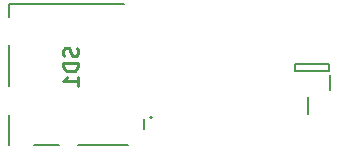
<source format=gbr>
G04 #@! TF.GenerationSoftware,KiCad,Pcbnew,(5.1.6)-1*
G04 #@! TF.CreationDate,2021-12-03T11:37:05+01:00*
G04 #@! TF.ProjectId,Keyvilboard2.0,4b657976-696c-4626-9f61-7264322e302e,rev?*
G04 #@! TF.SameCoordinates,Original*
G04 #@! TF.FileFunction,Legend,Bot*
G04 #@! TF.FilePolarity,Positive*
%FSLAX46Y46*%
G04 Gerber Fmt 4.6, Leading zero omitted, Abs format (unit mm)*
G04 Created by KiCad (PCBNEW (5.1.6)-1) date 2021-12-03 11:37:05*
%MOMM*%
%LPD*%
G01*
G04 APERTURE LIST*
%ADD10C,0.200000*%
%ADD11C,0.254000*%
G04 APERTURE END LIST*
D10*
G04 #@! TO.C,C1*
X170510000Y-101430000D02*
X170510000Y-102830000D01*
G04 #@! TO.C,KEYPWR1*
X172370000Y-100770000D02*
X172370000Y-99570000D01*
X169420000Y-99220000D02*
X172320000Y-99220000D01*
X169420000Y-98620000D02*
X169420000Y-99220000D01*
X172320000Y-98620000D02*
X169420000Y-98620000D01*
X172320000Y-99220000D02*
X172320000Y-98620000D01*
G04 #@! TO.C,SD1*
X157373360Y-103144000D02*
G75*
G03*
X157373360Y-103144000I-113360J0D01*
G01*
X156655000Y-103249000D02*
X156655000Y-104070000D01*
X151054000Y-105485000D02*
X155288000Y-105485000D01*
X147358000Y-105485000D02*
X149439000Y-105485000D01*
X145255000Y-105485000D02*
X145255000Y-102965000D01*
X145255000Y-97010000D02*
X145255000Y-100510000D01*
X145255000Y-93535000D02*
X145255000Y-94596000D01*
X145255000Y-93535000D02*
X154934000Y-93535000D01*
D11*
X151030047Y-97228380D02*
X151090523Y-97409809D01*
X151090523Y-97712190D01*
X151030047Y-97833142D01*
X150969571Y-97893619D01*
X150848619Y-97954095D01*
X150727666Y-97954095D01*
X150606714Y-97893619D01*
X150546238Y-97833142D01*
X150485761Y-97712190D01*
X150425285Y-97470285D01*
X150364809Y-97349333D01*
X150304333Y-97288857D01*
X150183380Y-97228380D01*
X150062428Y-97228380D01*
X149941476Y-97288857D01*
X149881000Y-97349333D01*
X149820523Y-97470285D01*
X149820523Y-97772666D01*
X149881000Y-97954095D01*
X151090523Y-98498380D02*
X149820523Y-98498380D01*
X149820523Y-98800761D01*
X149881000Y-98982190D01*
X150001952Y-99103142D01*
X150122904Y-99163619D01*
X150364809Y-99224095D01*
X150546238Y-99224095D01*
X150788142Y-99163619D01*
X150909095Y-99103142D01*
X151030047Y-98982190D01*
X151090523Y-98800761D01*
X151090523Y-98498380D01*
X151090523Y-100433619D02*
X151090523Y-99707904D01*
X151090523Y-100070761D02*
X149820523Y-100070761D01*
X150001952Y-99949809D01*
X150122904Y-99828857D01*
X150183380Y-99707904D01*
G04 #@! TD*
M02*

</source>
